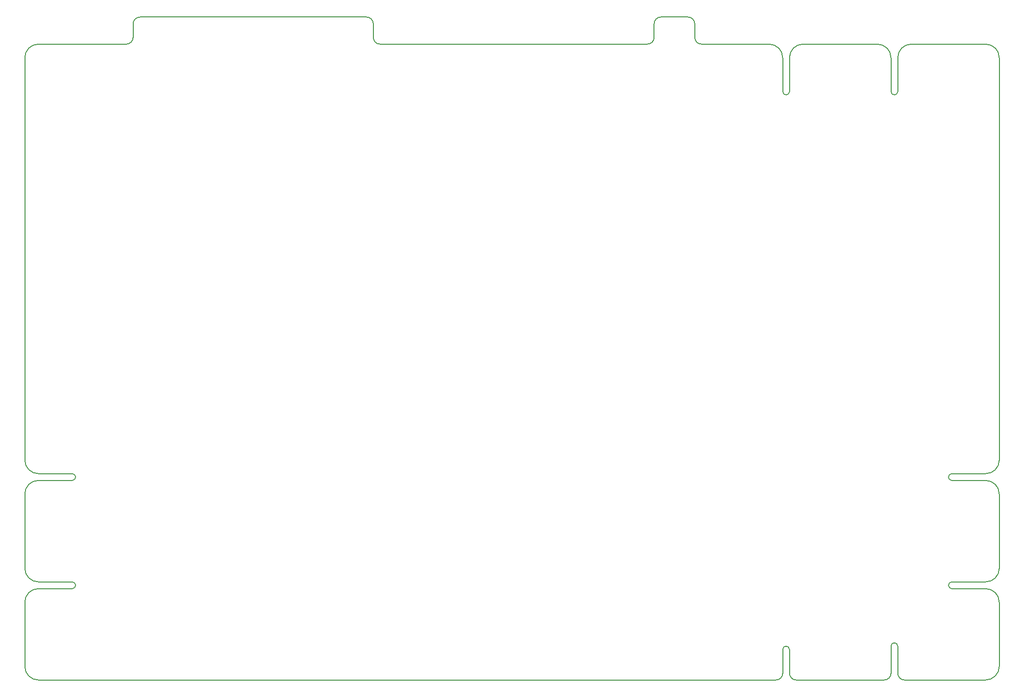
<source format=gbr>
G04 #@! TF.GenerationSoftware,KiCad,Pcbnew,7.0.7*
G04 #@! TF.CreationDate,2023-08-31T22:49:30-04:00*
G04 #@! TF.ProjectId,bfo9000,62666f39-3030-4302-9e6b-696361645f70,rev?*
G04 #@! TF.SameCoordinates,Original*
G04 #@! TF.FileFunction,Profile,NP*
%FSLAX46Y46*%
G04 Gerber Fmt 4.6, Leading zero omitted, Abs format (unit mm)*
G04 Created by KiCad (PCBNEW 7.0.7) date 2023-08-31 22:49:30*
%MOMM*%
%LPD*%
G01*
G04 APERTURE LIST*
G04 #@! TA.AperFunction,Profile*
%ADD10C,0.150000*%
G04 #@! TD*
G04 APERTURE END LIST*
D10*
X159543884Y-42862560D02*
G75*
G03*
X158353260Y-44053162I16J-1190640D01*
G01*
X157162634Y-47625058D02*
G75*
G03*
X158353258Y-46434416I-34J1190658D01*
G01*
X219075163Y-145851685D02*
G75*
G03*
X216693939Y-143470437I-2381263J-15D01*
G01*
X216693932Y-142279880D02*
G75*
G03*
X219075180Y-139898559I-32J2381280D01*
G01*
X203597042Y-47625094D02*
G75*
G03*
X201215794Y-50006292I-42J-2381206D01*
G01*
X200025160Y-50006288D02*
G75*
G03*
X197643916Y-47625040I-2381260J-12D01*
G01*
X165496960Y-46434416D02*
G75*
G03*
X166687640Y-47625040I1190640J16D01*
G01*
X165497062Y-44053162D02*
G75*
G03*
X164306390Y-42862538I-1190662J-38D01*
G01*
X165496852Y-46434336D02*
X165496733Y-44053088D01*
X158353683Y-46434336D02*
X158353258Y-44053088D01*
X50006208Y-124420176D02*
X55959328Y-124420176D01*
X55959328Y-123229552D02*
X50006208Y-123229552D01*
X55959328Y-124420248D02*
G75*
G03*
X55959328Y-123229552I-28J595348D01*
G01*
X50006208Y-124420160D02*
G75*
G03*
X47624960Y-126801424I-8J-2381240D01*
G01*
X47624948Y-120848304D02*
G75*
G03*
X50006208Y-123229552I2381252J4D01*
G01*
X216694016Y-123230064D02*
G75*
G03*
X219075264Y-120848784I-16J2381264D01*
G01*
X210740896Y-124420656D02*
X216694016Y-124420656D01*
X219075244Y-126801904D02*
G75*
G03*
X216694016Y-124420656I-2381244J4D01*
G01*
X210740896Y-123229944D02*
G75*
G03*
X210740896Y-124420656I4J-595356D01*
G01*
X216694016Y-123230032D02*
X210740896Y-123230032D01*
X184546720Y-47624972D02*
G75*
G03*
X182165472Y-50006208I-20J-2381228D01*
G01*
X219075187Y-157162613D02*
X219075187Y-145851685D01*
X182165472Y-55959328D02*
X182165472Y-50006208D01*
X216693568Y-47624960D02*
X203596704Y-47624960D01*
X201215456Y-153590496D02*
G75*
G03*
X200024832Y-153590496I-595312J0D01*
G01*
X50006208Y-143470192D02*
X55959328Y-143470192D01*
X201215456Y-157162368D02*
X201215456Y-158352992D01*
X182165484Y-158352992D02*
G75*
G03*
X183356096Y-159543616I1190616J-8D01*
G01*
X183356096Y-159543616D02*
X198834208Y-159543616D01*
X200024832Y-55959328D02*
G75*
G03*
X201215456Y-55959328I595312J0D01*
G01*
X50006208Y-47624960D02*
G75*
G03*
X47624960Y-50006208I-8J-2381240D01*
G01*
X180974848Y-55959328D02*
G75*
G03*
X182165472Y-55959328I595312J0D01*
G01*
X201215484Y-158352992D02*
G75*
G03*
X202406080Y-159543616I1190616J-8D01*
G01*
X107751472Y-42862464D02*
X67865568Y-42862536D01*
X55959328Y-143470232D02*
G75*
G03*
X55959328Y-142279568I-28J595332D01*
G01*
X47624984Y-157162368D02*
G75*
G03*
X50006208Y-159543616I2381216J-32D01*
G01*
X47624960Y-157162368D02*
X47624960Y-145851440D01*
X182165472Y-154185808D02*
G75*
G03*
X180974848Y-154185808I-595312J0D01*
G01*
X216693939Y-159543887D02*
G75*
G03*
X219075187Y-157162632I-39J2381287D01*
G01*
X200024832Y-50006208D02*
X200024832Y-55959328D01*
X180974848Y-154185808D02*
X180974848Y-158352992D01*
X182165472Y-158352992D02*
X182165472Y-154185808D01*
X47624960Y-139898320D02*
X47624960Y-126801456D01*
X201215456Y-157162368D02*
X201215456Y-153590496D01*
X108942362Y-44053162D02*
G75*
G03*
X107751655Y-42862538I-1190662J-38D01*
G01*
X65484320Y-47624944D02*
G75*
G03*
X66674944Y-46434336I-20J1190644D01*
G01*
X108942260Y-46434416D02*
G75*
G03*
X110132905Y-47625040I1190640J16D01*
G01*
X55959328Y-142279568D02*
X50006208Y-142279568D01*
X216693568Y-142279568D02*
X210740448Y-142279568D01*
X65484320Y-47624960D02*
X50006208Y-47624960D01*
X210740448Y-143470192D02*
X216693568Y-143470192D01*
X200024832Y-153590496D02*
X200024832Y-157162368D01*
X197643584Y-47624960D02*
X184546720Y-47624960D01*
X219074816Y-139898320D02*
X219074816Y-126801456D01*
X47624932Y-139898320D02*
G75*
G03*
X50006208Y-142279568I2381268J20D01*
G01*
X200024832Y-158352992D02*
X200024832Y-157162368D01*
X180974848Y-50006208D02*
X180974848Y-55959328D01*
X67865682Y-42862558D02*
G75*
G03*
X66675058Y-44053160I18J-1190642D01*
G01*
X66674944Y-44053088D02*
X66674944Y-46434336D01*
X159543616Y-42862464D02*
X164306112Y-42862464D01*
X179784224Y-159543616D02*
X50006208Y-159543880D01*
X202406080Y-159543616D02*
X216693568Y-159543616D01*
X219074840Y-50006208D02*
G75*
G03*
X216693568Y-47624960I-2381240J8D01*
G01*
X179784224Y-159543648D02*
G75*
G03*
X180974848Y-158352992I-24J1190648D01*
G01*
X198834542Y-159543966D02*
G75*
G03*
X200025166Y-158353260I-42J1190666D01*
G01*
X219074816Y-50006208D02*
X219074816Y-120848336D01*
X47624960Y-120848336D02*
X47624960Y-50006208D01*
X157162368Y-47624960D02*
X110132720Y-47624960D01*
X108942117Y-46434336D02*
X108942117Y-44053088D01*
X180974840Y-50006208D02*
G75*
G03*
X178593600Y-47624960I-2381240J8D01*
G01*
X201215456Y-55959328D02*
X201215456Y-50006208D01*
X50006208Y-143470190D02*
G75*
G03*
X47624960Y-145851440I2J-2381250D01*
G01*
X166687360Y-47624960D02*
X178593600Y-47624960D01*
X210740448Y-142279608D02*
G75*
G03*
X210740448Y-143470192I-48J-595292D01*
G01*
M02*

</source>
